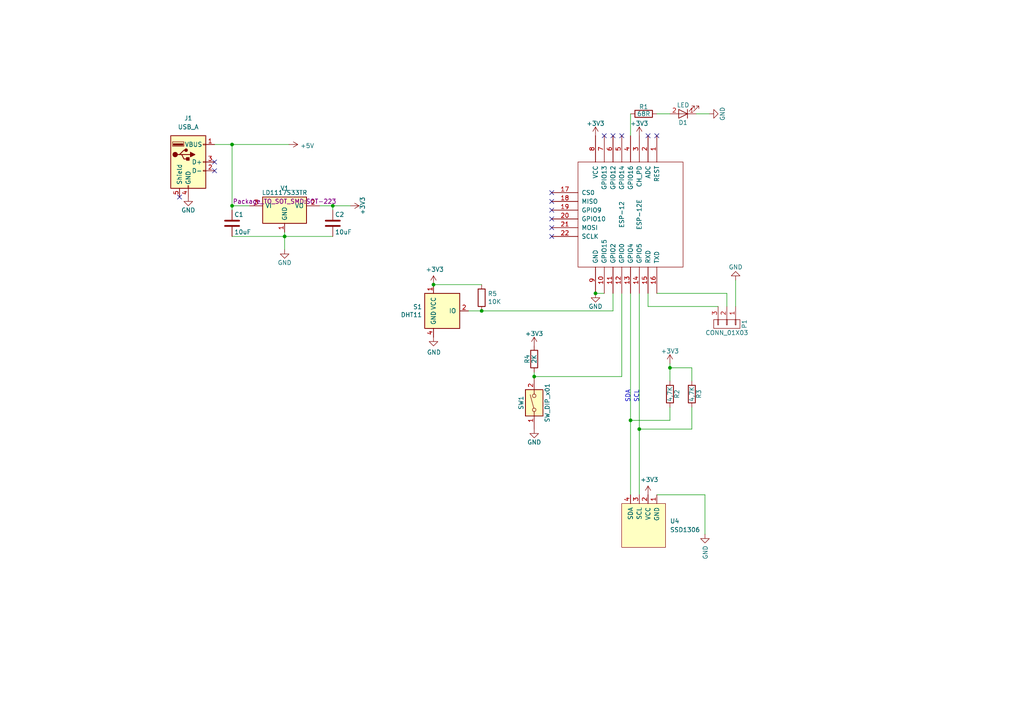
<source format=kicad_sch>
(kicad_sch (version 20211123) (generator eeschema)

  (uuid 181abe7a-f941-42b6-bd46-aaa3131f90fb)

  (paper "A4")

  (lib_symbols
    (symbol "Connector:USB_A" (pin_names (offset 1.016)) (in_bom yes) (on_board yes)
      (property "Reference" "J" (id 0) (at -5.08 11.43 0)
        (effects (font (size 1.27 1.27)) (justify left))
      )
      (property "Value" "USB_A" (id 1) (at -5.08 8.89 0)
        (effects (font (size 1.27 1.27)) (justify left))
      )
      (property "Footprint" "" (id 2) (at 3.81 -1.27 0)
        (effects (font (size 1.27 1.27)) hide)
      )
      (property "Datasheet" " ~" (id 3) (at 3.81 -1.27 0)
        (effects (font (size 1.27 1.27)) hide)
      )
      (property "ki_keywords" "connector USB" (id 4) (at 0 0 0)
        (effects (font (size 1.27 1.27)) hide)
      )
      (property "ki_description" "USB Type A connector" (id 5) (at 0 0 0)
        (effects (font (size 1.27 1.27)) hide)
      )
      (property "ki_fp_filters" "USB*" (id 6) (at 0 0 0)
        (effects (font (size 1.27 1.27)) hide)
      )
      (symbol "USB_A_0_1"
        (rectangle (start -5.08 -7.62) (end 5.08 7.62)
          (stroke (width 0.254) (type default) (color 0 0 0 0))
          (fill (type background))
        )
        (circle (center -3.81 2.159) (radius 0.635)
          (stroke (width 0.254) (type default) (color 0 0 0 0))
          (fill (type outline))
        )
        (rectangle (start -1.524 4.826) (end -4.318 5.334)
          (stroke (width 0) (type default) (color 0 0 0 0))
          (fill (type outline))
        )
        (rectangle (start -1.27 4.572) (end -4.572 5.842)
          (stroke (width 0) (type default) (color 0 0 0 0))
          (fill (type none))
        )
        (circle (center -0.635 3.429) (radius 0.381)
          (stroke (width 0.254) (type default) (color 0 0 0 0))
          (fill (type outline))
        )
        (rectangle (start -0.127 -7.62) (end 0.127 -6.858)
          (stroke (width 0) (type default) (color 0 0 0 0))
          (fill (type none))
        )
        (polyline
          (pts
            (xy -3.175 2.159)
            (xy -2.54 2.159)
            (xy -1.27 3.429)
            (xy -0.635 3.429)
          )
          (stroke (width 0.254) (type default) (color 0 0 0 0))
          (fill (type none))
        )
        (polyline
          (pts
            (xy -2.54 2.159)
            (xy -1.905 2.159)
            (xy -1.27 0.889)
            (xy 0 0.889)
          )
          (stroke (width 0.254) (type default) (color 0 0 0 0))
          (fill (type none))
        )
        (polyline
          (pts
            (xy 0.635 2.794)
            (xy 0.635 1.524)
            (xy 1.905 2.159)
            (xy 0.635 2.794)
          )
          (stroke (width 0.254) (type default) (color 0 0 0 0))
          (fill (type outline))
        )
        (rectangle (start 0.254 1.27) (end -0.508 0.508)
          (stroke (width 0.254) (type default) (color 0 0 0 0))
          (fill (type outline))
        )
        (rectangle (start 5.08 -2.667) (end 4.318 -2.413)
          (stroke (width 0) (type default) (color 0 0 0 0))
          (fill (type none))
        )
        (rectangle (start 5.08 -0.127) (end 4.318 0.127)
          (stroke (width 0) (type default) (color 0 0 0 0))
          (fill (type none))
        )
        (rectangle (start 5.08 4.953) (end 4.318 5.207)
          (stroke (width 0) (type default) (color 0 0 0 0))
          (fill (type none))
        )
      )
      (symbol "USB_A_1_1"
        (polyline
          (pts
            (xy -1.905 2.159)
            (xy 0.635 2.159)
          )
          (stroke (width 0.254) (type default) (color 0 0 0 0))
          (fill (type none))
        )
        (pin power_in line (at 7.62 5.08 180) (length 2.54)
          (name "VBUS" (effects (font (size 1.27 1.27))))
          (number "1" (effects (font (size 1.27 1.27))))
        )
        (pin bidirectional line (at 7.62 -2.54 180) (length 2.54)
          (name "D-" (effects (font (size 1.27 1.27))))
          (number "2" (effects (font (size 1.27 1.27))))
        )
        (pin bidirectional line (at 7.62 0 180) (length 2.54)
          (name "D+" (effects (font (size 1.27 1.27))))
          (number "3" (effects (font (size 1.27 1.27))))
        )
        (pin power_in line (at 0 -10.16 90) (length 2.54)
          (name "GND" (effects (font (size 1.27 1.27))))
          (number "4" (effects (font (size 1.27 1.27))))
        )
        (pin passive line (at -2.54 -10.16 90) (length 2.54)
          (name "Shield" (effects (font (size 1.27 1.27))))
          (number "5" (effects (font (size 1.27 1.27))))
        )
      )
    )
    (symbol "OLED display:SSD1306" (pin_names (offset 1.016)) (in_bom yes) (on_board yes)
      (property "Reference" "Brd" (id 0) (at 0 -3.81 0)
        (effects (font (size 1.27 1.27)))
      )
      (property "Value" "SSD1306" (id 1) (at 0 -1.27 0)
        (effects (font (size 1.27 1.27)))
      )
      (property "Footprint" "" (id 2) (at 0 6.35 0)
        (effects (font (size 1.27 1.27)) hide)
      )
      (property "Datasheet" "" (id 3) (at 0 6.35 0)
        (effects (font (size 1.27 1.27)) hide)
      )
      (property "ki_keywords" "SSD1306" (id 4) (at 0 0 0)
        (effects (font (size 1.27 1.27)) hide)
      )
      (property "ki_description" "SSD1306 OLED" (id 5) (at 0 0 0)
        (effects (font (size 1.27 1.27)) hide)
      )
      (property "ki_fp_filters" "SSD1306-128x64_OLED:SSD1306" (id 6) (at 0 0 0)
        (effects (font (size 1.27 1.27)) hide)
      )
      (symbol "SSD1306_0_1"
        (rectangle (start -6.35 6.35) (end 6.35 -6.35)
          (stroke (width 0) (type default) (color 0 0 0 0))
          (fill (type background))
        )
      )
      (symbol "SSD1306_1_1"
        (pin input line (at -3.81 8.89 270) (length 2.54)
          (name "GND" (effects (font (size 1.27 1.27))))
          (number "1" (effects (font (size 1.27 1.27))))
        )
        (pin input line (at -1.27 8.89 270) (length 2.54)
          (name "VCC" (effects (font (size 1.27 1.27))))
          (number "2" (effects (font (size 1.27 1.27))))
        )
        (pin input line (at 1.27 8.89 270) (length 2.54)
          (name "SCL" (effects (font (size 1.27 1.27))))
          (number "3" (effects (font (size 1.27 1.27))))
        )
        (pin input line (at 3.81 8.89 270) (length 2.54)
          (name "SDA" (effects (font (size 1.27 1.27))))
          (number "4" (effects (font (size 1.27 1.27))))
        )
      )
    )
    (symbol "anavi-thermometer-rescue:+3.3V" (power) (pin_names (offset 0)) (in_bom yes) (on_board yes)
      (property "Reference" "#PWR" (id 0) (at 0 -3.81 0)
        (effects (font (size 1.27 1.27)) hide)
      )
      (property "Value" "+3.3V" (id 1) (at 0 3.556 0)
        (effects (font (size 1.27 1.27)))
      )
      (property "Footprint" "" (id 2) (at 0 0 0)
        (effects (font (size 1.27 1.27)) hide)
      )
      (property "Datasheet" "" (id 3) (at 0 0 0)
        (effects (font (size 1.27 1.27)) hide)
      )
      (symbol "+3.3V_0_1"
        (polyline
          (pts
            (xy -0.762 1.27)
            (xy 0 2.54)
          )
          (stroke (width 0) (type default) (color 0 0 0 0))
          (fill (type none))
        )
        (polyline
          (pts
            (xy 0 0)
            (xy 0 2.54)
          )
          (stroke (width 0) (type default) (color 0 0 0 0))
          (fill (type none))
        )
        (polyline
          (pts
            (xy 0 2.54)
            (xy 0.762 1.27)
          )
          (stroke (width 0) (type default) (color 0 0 0 0))
          (fill (type none))
        )
      )
      (symbol "+3.3V_1_1"
        (pin power_in line (at 0 0 90) (length 0) hide
          (name "+3V3" (effects (font (size 1.27 1.27))))
          (number "1" (effects (font (size 1.27 1.27))))
        )
      )
    )
    (symbol "anavi-thermometer-rescue:C" (pin_numbers hide) (pin_names (offset 0.254)) (in_bom yes) (on_board yes)
      (property "Reference" "C" (id 0) (at 0.635 2.54 0)
        (effects (font (size 1.27 1.27)) (justify left))
      )
      (property "Value" "C" (id 1) (at 0.635 -2.54 0)
        (effects (font (size 1.27 1.27)) (justify left))
      )
      (property "Footprint" "" (id 2) (at 0.9652 -3.81 0)
        (effects (font (size 1.27 1.27)) hide)
      )
      (property "Datasheet" "" (id 3) (at 0 0 0)
        (effects (font (size 1.27 1.27)) hide)
      )
      (property "ki_fp_filters" "C_*" (id 4) (at 0 0 0)
        (effects (font (size 1.27 1.27)) hide)
      )
      (symbol "C_0_1"
        (polyline
          (pts
            (xy -2.032 -0.762)
            (xy 2.032 -0.762)
          )
          (stroke (width 0.508) (type default) (color 0 0 0 0))
          (fill (type none))
        )
        (polyline
          (pts
            (xy -2.032 0.762)
            (xy 2.032 0.762)
          )
          (stroke (width 0.508) (type default) (color 0 0 0 0))
          (fill (type none))
        )
      )
      (symbol "C_1_1"
        (pin passive line (at 0 3.81 270) (length 2.794)
          (name "~" (effects (font (size 1.27 1.27))))
          (number "1" (effects (font (size 1.27 1.27))))
        )
        (pin passive line (at 0 -3.81 90) (length 2.794)
          (name "~" (effects (font (size 1.27 1.27))))
          (number "2" (effects (font (size 1.27 1.27))))
        )
      )
    )
    (symbol "anavi-thermometer-rescue:CONN_01X03" (pin_names (offset 1.016) hide) (in_bom yes) (on_board yes)
      (property "Reference" "J" (id 0) (at 0 5.08 0)
        (effects (font (size 1.27 1.27)))
      )
      (property "Value" "CONN_01X03" (id 1) (at 2.54 0 90)
        (effects (font (size 1.27 1.27)))
      )
      (property "Footprint" "" (id 2) (at 0 0 0)
        (effects (font (size 1.27 1.27)) hide)
      )
      (property "Datasheet" "" (id 3) (at 0 0 0)
        (effects (font (size 1.27 1.27)) hide)
      )
      (property "ki_fp_filters" "Pin_Header_Straight_1X* Pin_Header_Angled_1X* Socket_Strip_Straight_1X* Socket_Strip_Angled_1X*" (id 4) (at 0 0 0)
        (effects (font (size 1.27 1.27)) hide)
      )
      (symbol "CONN_01X03_0_1"
        (rectangle (start -1.27 -2.413) (end 0.254 -2.667)
          (stroke (width 0) (type default) (color 0 0 0 0))
          (fill (type none))
        )
        (rectangle (start -1.27 0.127) (end 0.254 -0.127)
          (stroke (width 0) (type default) (color 0 0 0 0))
          (fill (type none))
        )
        (rectangle (start -1.27 2.667) (end 0.254 2.413)
          (stroke (width 0) (type default) (color 0 0 0 0))
          (fill (type none))
        )
        (rectangle (start -1.27 3.81) (end 1.27 -3.81)
          (stroke (width 0) (type default) (color 0 0 0 0))
          (fill (type none))
        )
      )
      (symbol "CONN_01X03_1_1"
        (pin passive line (at -5.08 2.54 0) (length 3.81)
          (name "P1" (effects (font (size 1.27 1.27))))
          (number "1" (effects (font (size 1.27 1.27))))
        )
        (pin passive line (at -5.08 0 0) (length 3.81)
          (name "P2" (effects (font (size 1.27 1.27))))
          (number "2" (effects (font (size 1.27 1.27))))
        )
        (pin passive line (at -5.08 -2.54 0) (length 3.81)
          (name "P3" (effects (font (size 1.27 1.27))))
          (number "3" (effects (font (size 1.27 1.27))))
        )
      )
    )
    (symbol "anavi-thermometer-rescue:DHT11-Sensor" (pin_names (offset 1.016)) (in_bom yes) (on_board yes)
      (property "Reference" "U" (id 0) (at 3.81 6.35 0)
        (effects (font (size 1.27 1.27)))
      )
      (property "Value" "DHT11-Sensor" (id 1) (at 2.54 -6.35 0)
        (effects (font (size 1.27 1.27)))
      )
      (property "Footprint" "" (id 2) (at 3.81 6.35 0)
        (effects (font (size 1.27 1.27)) hide)
      )
      (property "Datasheet" "" (id 3) (at 3.81 6.35 0)
        (effects (font (size 1.27 1.27)) hide)
      )
      (symbol "DHT11-Sensor_0_1"
        (rectangle (start -5.08 5.08) (end 5.08 -5.08)
          (stroke (width 0.254) (type default) (color 0 0 0 0))
          (fill (type background))
        )
      )
      (symbol "DHT11-Sensor_1_1"
        (pin power_in line (at -2.54 7.62 270) (length 2.54)
          (name "VCC" (effects (font (size 1.27 1.27))))
          (number "1" (effects (font (size 1.27 1.27))))
        )
        (pin bidirectional line (at 7.62 0 180) (length 2.54)
          (name "IO" (effects (font (size 1.27 1.27))))
          (number "2" (effects (font (size 1.27 1.27))))
        )
        (pin power_in line (at -2.54 -7.62 90) (length 2.54)
          (name "GND" (effects (font (size 1.27 1.27))))
          (number "4" (effects (font (size 1.27 1.27))))
        )
      )
    )
    (symbol "anavi-thermometer-rescue:ESP-12E" (pin_names (offset 1.016)) (in_bom yes) (on_board yes)
      (property "Reference" "U" (id 0) (at 0 -2.54 0)
        (effects (font (size 1.27 1.27)))
      )
      (property "Value" "ESP-12E" (id 1) (at 0 2.54 0)
        (effects (font (size 1.27 1.27)))
      )
      (property "Footprint" "" (id 2) (at 0 0 0)
        (effects (font (size 1.27 1.27)) hide)
      )
      (property "Datasheet" "" (id 3) (at 0 0 0)
        (effects (font (size 1.27 1.27)) hide)
      )
      (property "ki_fp_filters" "ESP-12E ESP-12E_SMD" (id 4) (at 0 0 0)
        (effects (font (size 1.27 1.27)) hide)
      )
      (symbol "ESP-12E_1_0"
        (rectangle (start -15.24 -15.24) (end 15.24 15.24)
          (stroke (width 0) (type default) (color 0 0 0 0))
          (fill (type none))
        )
      )
      (symbol "ESP-12E_1_1"
        (pin input line (at -22.86 7.62 0) (length 7.62)
          (name "REST" (effects (font (size 1.27 1.27))))
          (number "1" (effects (font (size 1.27 1.27))))
        )
        (pin bidirectional line (at 22.86 -7.62 180) (length 7.62)
          (name "GPIO15" (effects (font (size 1.27 1.27))))
          (number "10" (effects (font (size 1.27 1.27))))
        )
        (pin bidirectional line (at 22.86 -5.08 180) (length 7.62)
          (name "GPIO2" (effects (font (size 1.27 1.27))))
          (number "11" (effects (font (size 1.27 1.27))))
        )
        (pin bidirectional line (at 22.86 -2.54 180) (length 7.62)
          (name "GPIO0" (effects (font (size 1.27 1.27))))
          (number "12" (effects (font (size 1.27 1.27))))
        )
        (pin bidirectional line (at 22.86 0 180) (length 7.62)
          (name "GPIO4" (effects (font (size 1.27 1.27))))
          (number "13" (effects (font (size 1.27 1.27))))
        )
        (pin bidirectional line (at 22.86 2.54 180) (length 7.62)
          (name "GPIO5" (effects (font (size 1.27 1.27))))
          (number "14" (effects (font (size 1.27 1.27))))
        )
        (pin input line (at 22.86 5.08 180) (length 7.62)
          (name "RXD" (effects (font (size 1.27 1.27))))
          (number "15" (effects (font (size 1.27 1.27))))
        )
        (pin output line (at 22.86 7.62 180) (length 7.62)
          (name "TXD" (effects (font (size 1.27 1.27))))
          (number "16" (effects (font (size 1.27 1.27))))
        )
        (pin bidirectional line (at -6.35 -22.86 90) (length 7.62)
          (name "CS0" (effects (font (size 1.27 1.27))))
          (number "17" (effects (font (size 1.27 1.27))))
        )
        (pin bidirectional line (at -3.81 -22.86 90) (length 7.62)
          (name "MISO" (effects (font (size 1.27 1.27))))
          (number "18" (effects (font (size 1.27 1.27))))
        )
        (pin bidirectional line (at -1.27 -22.86 90) (length 7.62)
          (name "GPIO9" (effects (font (size 1.27 1.27))))
          (number "19" (effects (font (size 1.27 1.27))))
        )
        (pin passive line (at -22.86 5.08 0) (length 7.62)
          (name "ADC" (effects (font (size 1.27 1.27))))
          (number "2" (effects (font (size 1.27 1.27))))
        )
        (pin bidirectional line (at 1.27 -22.86 90) (length 7.62)
          (name "GPIO10" (effects (font (size 1.27 1.27))))
          (number "20" (effects (font (size 1.27 1.27))))
        )
        (pin bidirectional line (at 3.81 -22.86 90) (length 7.62)
          (name "MOSI" (effects (font (size 1.27 1.27))))
          (number "21" (effects (font (size 1.27 1.27))))
        )
        (pin bidirectional line (at 6.35 -22.86 90) (length 7.62)
          (name "SCLK" (effects (font (size 1.27 1.27))))
          (number "22" (effects (font (size 1.27 1.27))))
        )
        (pin input line (at -22.86 2.54 0) (length 7.62)
          (name "CH_PD" (effects (font (size 1.27 1.27))))
          (number "3" (effects (font (size 1.27 1.27))))
        )
        (pin bidirectional line (at -22.86 0 0) (length 7.62)
          (name "GPIO16" (effects (font (size 1.27 1.27))))
          (number "4" (effects (font (size 1.27 1.27))))
        )
        (pin bidirectional line (at -22.86 -2.54 0) (length 7.62)
          (name "GPIO14" (effects (font (size 1.27 1.27))))
          (number "5" (effects (font (size 1.27 1.27))))
        )
        (pin bidirectional line (at -22.86 -5.08 0) (length 7.62)
          (name "GPIO12" (effects (font (size 1.27 1.27))))
          (number "6" (effects (font (size 1.27 1.27))))
        )
        (pin bidirectional line (at -22.86 -7.62 0) (length 7.62)
          (name "GPIO13" (effects (font (size 1.27 1.27))))
          (number "7" (effects (font (size 1.27 1.27))))
        )
        (pin power_in line (at -22.86 -10.16 0) (length 7.62)
          (name "VCC" (effects (font (size 1.27 1.27))))
          (number "8" (effects (font (size 1.27 1.27))))
        )
        (pin power_in line (at 22.86 -10.16 180) (length 7.62)
          (name "GND" (effects (font (size 1.27 1.27))))
          (number "9" (effects (font (size 1.27 1.27))))
        )
      )
    )
    (symbol "anavi-thermometer-rescue:GND" (power) (pin_names (offset 0)) (in_bom yes) (on_board yes)
      (property "Reference" "#PWR" (id 0) (at 0 -6.35 0)
        (effects (font (size 1.27 1.27)) hide)
      )
      (property "Value" "GND" (id 1) (at 0 -3.81 0)
        (effects (font (size 1.27 1.27)))
      )
      (property "Footprint" "" (id 2) (at 0 0 0)
        (effects (font (size 1.27 1.27)) hide)
      )
      (property "Datasheet" "" (id 3) (at 0 0 0)
        (effects (font (size 1.27 1.27)) hide)
      )
      (symbol "GND_0_1"
        (polyline
          (pts
            (xy 0 0)
            (xy 0 -1.27)
            (xy 1.27 -1.27)
            (xy 0 -2.54)
            (xy -1.27 -1.27)
            (xy 0 -1.27)
          )
          (stroke (width 0) (type default) (color 0 0 0 0))
          (fill (type none))
        )
      )
      (symbol "GND_1_1"
        (pin power_in line (at 0 0 270) (length 0) hide
          (name "GND" (effects (font (size 1.27 1.27))))
          (number "1" (effects (font (size 1.27 1.27))))
        )
      )
    )
    (symbol "anavi-thermometer-rescue:LD1117S33TR" (pin_names (offset 0.762)) (in_bom yes) (on_board yes)
      (property "Reference" "U" (id 0) (at 0 6.35 0)
        (effects (font (size 1.27 1.27)))
      )
      (property "Value" "LD1117S33TR" (id 1) (at 0 5.08 0)
        (effects (font (size 1.27 1.27)))
      )
      (property "Footprint" "TO_SOT_Packages_SMD:SOT-223" (id 2) (at 0 2.54 0)
        (effects (font (size 1.27 1.27)) hide)
      )
      (property "Datasheet" "" (id 3) (at 0 0 0)
        (effects (font (size 1.27 1.27)) hide)
      )
      (property "ki_fp_filters" "SOT223" (id 4) (at 0 0 0)
        (effects (font (size 1.27 1.27)) hide)
      )
      (symbol "LD1117S33TR_0_1"
        (rectangle (start -6.35 -3.81) (end 6.35 3.81)
          (stroke (width 0.254) (type default) (color 0 0 0 0))
          (fill (type background))
        )
      )
      (symbol "LD1117S33TR_1_1"
        (pin power_in line (at 0 -6.35 90) (length 2.54)
          (name "GND" (effects (font (size 1.27 1.27))))
          (number "1" (effects (font (size 1.27 1.27))))
        )
        (pin power_out line (at 10.16 1.27 180) (length 3.81)
          (name "VO" (effects (font (size 1.27 1.27))))
          (number "2" (effects (font (size 1.27 1.27))))
        )
        (pin power_in line (at -10.16 1.27 0) (length 3.81)
          (name "VI" (effects (font (size 1.27 1.27))))
          (number "3" (effects (font (size 1.27 1.27))))
        )
      )
    )
    (symbol "anavi-thermometer-rescue:LED" (pin_names (offset 1.016) hide) (in_bom yes) (on_board yes)
      (property "Reference" "D" (id 0) (at 0 2.54 0)
        (effects (font (size 1.27 1.27)))
      )
      (property "Value" "LED" (id 1) (at 0 -2.54 0)
        (effects (font (size 1.27 1.27)))
      )
      (property "Footprint" "" (id 2) (at 0 0 0)
        (effects (font (size 1.27 1.27)) hide)
      )
      (property "Datasheet" "" (id 3) (at 0 0 0)
        (effects (font (size 1.27 1.27)) hide)
      )
      (property "ki_fp_filters" "LED*" (id 4) (at 0 0 0)
        (effects (font (size 1.27 1.27)) hide)
      )
      (symbol "LED_0_1"
        (polyline
          (pts
            (xy -1.27 -1.27)
            (xy -1.27 1.27)
          )
          (stroke (width 0.2032) (type default) (color 0 0 0 0))
          (fill (type none))
        )
        (polyline
          (pts
            (xy -1.27 0)
            (xy 1.27 0)
          )
          (stroke (width 0) (type default) (color 0 0 0 0))
          (fill (type none))
        )
        (polyline
          (pts
            (xy 1.27 -1.27)
            (xy 1.27 1.27)
            (xy -1.27 0)
            (xy 1.27 -1.27)
          )
          (stroke (width 0.2032) (type default) (color 0 0 0 0))
          (fill (type none))
        )
        (polyline
          (pts
            (xy -3.048 -0.762)
            (xy -4.572 -2.286)
            (xy -3.81 -2.286)
            (xy -4.572 -2.286)
            (xy -4.572 -1.524)
          )
          (stroke (width 0) (type default) (color 0 0 0 0))
          (fill (type none))
        )
        (polyline
          (pts
            (xy -1.778 -0.762)
            (xy -3.302 -2.286)
            (xy -2.54 -2.286)
            (xy -3.302 -2.286)
            (xy -3.302 -1.524)
          )
          (stroke (width 0) (type default) (color 0 0 0 0))
          (fill (type none))
        )
      )
      (symbol "LED_1_1"
        (pin passive line (at -3.81 0 0) (length 2.54)
          (name "K" (effects (font (size 1.27 1.27))))
          (number "1" (effects (font (size 1.27 1.27))))
        )
        (pin passive line (at 3.81 0 180) (length 2.54)
          (name "A" (effects (font (size 1.27 1.27))))
          (number "2" (effects (font (size 1.27 1.27))))
        )
      )
    )
    (symbol "anavi-thermometer-rescue:R" (pin_numbers hide) (pin_names (offset 0)) (in_bom yes) (on_board yes)
      (property "Reference" "R" (id 0) (at 2.032 0 90)
        (effects (font (size 1.27 1.27)))
      )
      (property "Value" "R" (id 1) (at 0 0 90)
        (effects (font (size 1.27 1.27)))
      )
      (property "Footprint" "" (id 2) (at -1.778 0 90)
        (effects (font (size 1.27 1.27)) hide)
      )
      (property "Datasheet" "" (id 3) (at 0 0 0)
        (effects (font (size 1.27 1.27)) hide)
      )
      (property "ki_fp_filters" "R_* R_*" (id 4) (at 0 0 0)
        (effects (font (size 1.27 1.27)) hide)
      )
      (symbol "R_0_1"
        (rectangle (start -1.016 -2.54) (end 1.016 2.54)
          (stroke (width 0.254) (type default) (color 0 0 0 0))
          (fill (type none))
        )
      )
      (symbol "R_1_1"
        (pin passive line (at 0 3.81 270) (length 1.27)
          (name "~" (effects (font (size 1.27 1.27))))
          (number "1" (effects (font (size 1.27 1.27))))
        )
        (pin passive line (at 0 -3.81 90) (length 1.27)
          (name "~" (effects (font (size 1.27 1.27))))
          (number "2" (effects (font (size 1.27 1.27))))
        )
      )
    )
    (symbol "anavi-thermometer-rescue:SW_DIP_x01" (pin_names (offset 0) hide) (in_bom yes) (on_board yes)
      (property "Reference" "SW" (id 0) (at 0 3.81 0)
        (effects (font (size 1.27 1.27)))
      )
      (property "Value" "SW_DIP_x01" (id 1) (at 0 -3.81 0)
        (effects (font (size 1.27 1.27)))
      )
      (property "Footprint" "" (id 2) (at 0 0 0)
        (effects (font (size 1.27 1.27)) hide)
      )
      (property "Datasheet" "" (id 3) (at 0 0 0)
        (effects (font (size 1.27 1.27)) hide)
      )
      (property "ki_fp_filters" "SW?DIP?x1*" (id 4) (at 0 0 0)
        (effects (font (size 1.27 1.27)) hide)
      )
      (symbol "SW_DIP_x01_0_0"
        (circle (center -2.032 0) (radius 0.508)
          (stroke (width 0) (type default) (color 0 0 0 0))
          (fill (type none))
        )
        (polyline
          (pts
            (xy -1.524 0.127)
            (xy 2.3622 1.1684)
          )
          (stroke (width 0) (type default) (color 0 0 0 0))
          (fill (type none))
        )
        (circle (center 2.032 0) (radius 0.508)
          (stroke (width 0) (type default) (color 0 0 0 0))
          (fill (type none))
        )
      )
      (symbol "SW_DIP_x01_0_1"
        (rectangle (start -3.81 2.54) (end 3.81 -2.54)
          (stroke (width 0.254) (type default) (color 0 0 0 0))
          (fill (type background))
        )
      )
      (symbol "SW_DIP_x01_1_1"
        (pin input line (at -7.62 0 0) (length 5.08)
          (name "~" (effects (font (size 1.27 1.27))))
          (number "1" (effects (font (size 1.27 1.27))))
        )
        (pin input line (at 7.62 0 180) (length 5.08)
          (name "~" (effects (font (size 1.27 1.27))))
          (number "2" (effects (font (size 1.27 1.27))))
        )
      )
    )
    (symbol "power:+5V" (power) (pin_names (offset 0)) (in_bom yes) (on_board yes)
      (property "Reference" "#PWR" (id 0) (at 0 -3.81 0)
        (effects (font (size 1.27 1.27)) hide)
      )
      (property "Value" "+5V" (id 1) (at 0 3.556 0)
        (effects (font (size 1.27 1.27)))
      )
      (property "Footprint" "" (id 2) (at 0 0 0)
        (effects (font (size 1.27 1.27)) hide)
      )
      (property "Datasheet" "" (id 3) (at 0 0 0)
        (effects (font (size 1.27 1.27)) hide)
      )
      (property "ki_keywords" "power-flag" (id 4) (at 0 0 0)
        (effects (font (size 1.27 1.27)) hide)
      )
      (property "ki_description" "Power symbol creates a global label with name \"+5V\"" (id 5) (at 0 0 0)
        (effects (font (size 1.27 1.27)) hide)
      )
      (symbol "+5V_0_1"
        (polyline
          (pts
            (xy -0.762 1.27)
            (xy 0 2.54)
          )
          (stroke (width 0) (type default) (color 0 0 0 0))
          (fill (type none))
        )
        (polyline
          (pts
            (xy 0 0)
            (xy 0 2.54)
          )
          (stroke (width 0) (type default) (color 0 0 0 0))
          (fill (type none))
        )
        (polyline
          (pts
            (xy 0 2.54)
            (xy 0.762 1.27)
          )
          (stroke (width 0) (type default) (color 0 0 0 0))
          (fill (type none))
        )
      )
      (symbol "+5V_1_1"
        (pin power_in line (at 0 0 90) (length 0) hide
          (name "+5V" (effects (font (size 1.27 1.27))))
          (number "1" (effects (font (size 1.27 1.27))))
        )
      )
    )
  )

  (junction (at 172.72 85.09) (diameter 0) (color 0 0 0 0)
    (uuid 1e2ea8e0-e55b-4eb5-b5df-25dd678a2bf7)
  )
  (junction (at 154.94 109.22) (diameter 0) (color 0 0 0 0)
    (uuid 49128020-c753-4e35-81a7-71a5e0738154)
  )
  (junction (at 96.52 59.69) (diameter 0) (color 0 0 0 0)
    (uuid 5ca4be1c-537e-4a4a-b344-d0c8ffde8546)
  )
  (junction (at 82.55 68.58) (diameter 0) (color 0 0 0 0)
    (uuid 853ee787-6e2c-4f32-bc75-6c17337dd3d5)
  )
  (junction (at 67.31 41.91) (diameter 0) (color 0 0 0 0)
    (uuid 872cfa55-9c91-4490-b7b5-a167653d4662)
  )
  (junction (at 139.7 90.17) (diameter 0) (color 0 0 0 0)
    (uuid 9cbf35b8-f4d3-42a3-bb16-04ffd03fd8fd)
  )
  (junction (at 67.31 59.69) (diameter 0) (color 0 0 0 0)
    (uuid b447dbb1-d38e-4a15-93cb-12c25382ea53)
  )
  (junction (at 194.31 106.68) (diameter 0) (color 0 0 0 0)
    (uuid bd065eaf-e495-4837-bdb3-129934de1fc7)
  )
  (junction (at 182.88 121.92) (diameter 0) (color 0 0 0 0)
    (uuid eedcb341-a089-4792-bc99-b5dd61a01bf2)
  )
  (junction (at 125.73 82.55) (diameter 0) (color 0 0 0 0)
    (uuid eee16674-2d21-45b6-ab5e-d669125df26c)
  )
  (junction (at 185.42 124.46) (diameter 0) (color 0 0 0 0)
    (uuid f94c143f-4cc8-4bd0-89ac-267d487e8024)
  )

  (no_connect (at 187.96 39.37) (uuid 1e8701fc-ad24-40ea-846a-e3db538d6077))
  (no_connect (at 160.02 60.96) (uuid 40976bf0-19de-460f-ad64-224d4f51e16b))
  (no_connect (at 160.02 58.42) (uuid 8c514922-ffe1-4e37-a260-e807409f2e0d))
  (no_connect (at 160.02 68.58) (uuid a15a7506-eae4-4933-84da-9ad754258706))
  (no_connect (at 177.8 39.37) (uuid ac972580-0ab7-4cbf-a154-92c24eb3927a))
  (no_connect (at 62.23 46.99) (uuid b812a04f-f15d-493c-bc9e-d753041a9d51))
  (no_connect (at 62.23 49.53) (uuid b812a04f-f15d-493c-bc9e-d753041a9d51))
  (no_connect (at 52.07 57.15) (uuid b812a04f-f15d-493c-bc9e-d753041a9d51))
  (no_connect (at 180.34 39.37) (uuid c106154f-d948-43e5-abfa-e1b96055d91b))
  (no_connect (at 160.02 55.88) (uuid c25a772d-af9c-4ebc-96f6-0966738c13a8))
  (no_connect (at 160.02 66.04) (uuid c8c79177-94d4-43e2-a654-f0a5554fbb68))
  (no_connect (at 190.5 39.37) (uuid d5641ac9-9be7-46bf-90b3-6c83d852b5ba))
  (no_connect (at 160.02 63.5) (uuid e21aa84b-970e-47cf-b64f-3b55ee0e1b51))
  (no_connect (at 175.26 39.37) (uuid f449bd37-cc90-4487-aee6-2a20b8d2843a))

  (wire (pts (xy 194.31 118.11) (xy 194.31 121.92))
    (stroke (width 0) (type default) (color 0 0 0 0))
    (uuid 0136c0ec-70d9-474a-be30-92d8dfdfce28)
  )
  (wire (pts (xy 182.88 121.92) (xy 182.88 143.51))
    (stroke (width 0) (type default) (color 0 0 0 0))
    (uuid 01d970e5-7142-4b5b-81df-f8d1f5223176)
  )
  (wire (pts (xy 182.88 39.37) (xy 182.88 33.02))
    (stroke (width 0) (type default) (color 0 0 0 0))
    (uuid 097edb1b-8998-4e70-b670-bba125982348)
  )
  (wire (pts (xy 187.96 88.9) (xy 208.28 88.9))
    (stroke (width 0) (type default) (color 0 0 0 0))
    (uuid 14769dc5-8525-4984-8b15-a734ee247efa)
  )
  (wire (pts (xy 190.5 85.09) (xy 210.82 85.09))
    (stroke (width 0) (type default) (color 0 0 0 0))
    (uuid 19c56563-5fe3-442a-885b-418dbc2421eb)
  )
  (wire (pts (xy 67.31 41.91) (xy 83.82 41.91))
    (stroke (width 0) (type default) (color 0 0 0 0))
    (uuid 20c315f4-1e4f-49aa-8d61-778a7389df7e)
  )
  (wire (pts (xy 172.72 85.09) (xy 175.26 85.09))
    (stroke (width 0) (type default) (color 0 0 0 0))
    (uuid 212d2e58-01b2-47fd-956e-a8b9d1a47ecc)
  )
  (wire (pts (xy 210.82 85.09) (xy 210.82 88.9))
    (stroke (width 0) (type default) (color 0 0 0 0))
    (uuid 21ae9c3a-7138-444e-be38-56a4842ab594)
  )
  (wire (pts (xy 177.8 85.09) (xy 177.8 90.17))
    (stroke (width 0) (type default) (color 0 0 0 0))
    (uuid 240c10af-51b5-420e-a6f4-a2c8f5db1db5)
  )
  (wire (pts (xy 180.34 109.22) (xy 154.94 109.22))
    (stroke (width 0) (type default) (color 0 0 0 0))
    (uuid 27fdca2c-62ef-4bfc-a0b4-81ed6d93b374)
  )
  (wire (pts (xy 72.39 59.69) (xy 67.31 59.69))
    (stroke (width 0) (type default) (color 0 0 0 0))
    (uuid 477311b9-8f81-40c8-9c55-fd87e287247a)
  )
  (wire (pts (xy 177.8 90.17) (xy 139.7 90.17))
    (stroke (width 0) (type default) (color 0 0 0 0))
    (uuid 503dbd88-3e6b-48cc-a2ea-a6e28b52a1f7)
  )
  (wire (pts (xy 96.52 60.96) (xy 96.52 59.69))
    (stroke (width 0) (type default) (color 0 0 0 0))
    (uuid 57c0c267-8bf9-4cc7-b734-d71a239ac313)
  )
  (wire (pts (xy 200.66 106.68) (xy 200.66 110.49))
    (stroke (width 0) (type default) (color 0 0 0 0))
    (uuid 5bcace5d-edd0-4e19-92d0-835e43cf8eb2)
  )
  (wire (pts (xy 190.5 143.51) (xy 204.47 143.51))
    (stroke (width 0) (type default) (color 0 0 0 0))
    (uuid 5f93631f-ab9c-4735-8115-f33565f510f3)
  )
  (wire (pts (xy 185.42 85.09) (xy 185.42 124.46))
    (stroke (width 0) (type default) (color 0 0 0 0))
    (uuid 6595b9c7-02ee-4647-bde5-6b566e35163e)
  )
  (wire (pts (xy 194.31 105.41) (xy 194.31 106.68))
    (stroke (width 0) (type default) (color 0 0 0 0))
    (uuid 6c2d26bc-6eca-436c-8025-79f817bf57d6)
  )
  (wire (pts (xy 67.31 41.91) (xy 67.31 59.69))
    (stroke (width 0) (type default) (color 0 0 0 0))
    (uuid 6c67e4f6-9d04-4539-b356-b76e915ce848)
  )
  (wire (pts (xy 190.5 33.02) (xy 194.31 33.02))
    (stroke (width 0) (type default) (color 0 0 0 0))
    (uuid 6ec113ca-7d27-4b14-a180-1e5e2fd1c167)
  )
  (wire (pts (xy 67.31 59.69) (xy 67.31 60.96))
    (stroke (width 0) (type default) (color 0 0 0 0))
    (uuid 7a4ce4b3-518a-4819-b8b2-5127b3347c64)
  )
  (wire (pts (xy 82.55 67.31) (xy 82.55 68.58))
    (stroke (width 0) (type default) (color 0 0 0 0))
    (uuid 7cee474b-af8f-4832-b07a-c43c1ab0b464)
  )
  (wire (pts (xy 92.71 59.69) (xy 96.52 59.69))
    (stroke (width 0) (type default) (color 0 0 0 0))
    (uuid 84e5506c-143e-495f-9aa4-d3a71622f213)
  )
  (wire (pts (xy 139.7 90.17) (xy 135.89 90.17))
    (stroke (width 0) (type default) (color 0 0 0 0))
    (uuid 8bc2c25a-a1f1-4ce8-b96a-a4f8f4c35079)
  )
  (wire (pts (xy 204.47 143.51) (xy 204.47 154.94))
    (stroke (width 0) (type default) (color 0 0 0 0))
    (uuid 8cc3cdd2-8a8c-4fe6-a958-2a0d5590c119)
  )
  (wire (pts (xy 180.34 85.09) (xy 180.34 109.22))
    (stroke (width 0) (type default) (color 0 0 0 0))
    (uuid 8dd7b0ac-0592-4eb2-9475-c94d3f2cd0f6)
  )
  (wire (pts (xy 200.66 118.11) (xy 200.66 124.46))
    (stroke (width 0) (type default) (color 0 0 0 0))
    (uuid 9520a232-347d-4b7f-a398-c6406501c8c3)
  )
  (wire (pts (xy 201.93 33.02) (xy 205.74 33.02))
    (stroke (width 0) (type default) (color 0 0 0 0))
    (uuid 994b6220-4755-4d84-91b3-6122ac1c2c5e)
  )
  (wire (pts (xy 67.31 68.58) (xy 82.55 68.58))
    (stroke (width 0) (type default) (color 0 0 0 0))
    (uuid 9cb12cc8-7f1a-4a01-9256-c119f11a8a02)
  )
  (wire (pts (xy 82.55 68.58) (xy 82.55 72.39))
    (stroke (width 0) (type default) (color 0 0 0 0))
    (uuid a6b7df29-bcf8-46a9-b623-7eaac47f5110)
  )
  (wire (pts (xy 96.52 59.69) (xy 101.6 59.69))
    (stroke (width 0) (type default) (color 0 0 0 0))
    (uuid a9b3f6e4-7a6d-4ae8-ad28-3d8458e0ca1a)
  )
  (wire (pts (xy 185.42 124.46) (xy 185.42 143.51))
    (stroke (width 0) (type default) (color 0 0 0 0))
    (uuid ae41aa52-6e45-44a6-90ef-20dc90c11f24)
  )
  (wire (pts (xy 139.7 82.55) (xy 125.73 82.55))
    (stroke (width 0) (type default) (color 0 0 0 0))
    (uuid b1ddb058-f7b2-429c-9489-f4e2242ad7e5)
  )
  (wire (pts (xy 185.42 124.46) (xy 200.66 124.46))
    (stroke (width 0) (type default) (color 0 0 0 0))
    (uuid b7199d9b-bebb-4100-9ad3-c2bd31e21d65)
  )
  (wire (pts (xy 182.88 85.09) (xy 182.88 121.92))
    (stroke (width 0) (type default) (color 0 0 0 0))
    (uuid bd9595a1-04f3-4fda-8f1b-e65ad874edd3)
  )
  (wire (pts (xy 182.88 121.92) (xy 194.31 121.92))
    (stroke (width 0) (type default) (color 0 0 0 0))
    (uuid be645d0f-8568-47a0-a152-e3ddd33563eb)
  )
  (wire (pts (xy 213.36 88.9) (xy 213.36 81.28))
    (stroke (width 0) (type default) (color 0 0 0 0))
    (uuid c7e7067c-5f5e-48d8-ab59-df26f9b35863)
  )
  (wire (pts (xy 194.31 106.68) (xy 200.66 106.68))
    (stroke (width 0) (type default) (color 0 0 0 0))
    (uuid cb24efdd-07c6-4317-9277-131625b065ac)
  )
  (wire (pts (xy 82.55 68.58) (xy 96.52 68.58))
    (stroke (width 0) (type default) (color 0 0 0 0))
    (uuid d9c6d5d2-0b49-49ba-a970-cd2c32f74c54)
  )
  (wire (pts (xy 154.94 107.95) (xy 154.94 109.22))
    (stroke (width 0) (type default) (color 0 0 0 0))
    (uuid d9d95fe8-64e7-4148-9542-b2ce097330b1)
  )
  (wire (pts (xy 62.23 41.91) (xy 67.31 41.91))
    (stroke (width 0) (type default) (color 0 0 0 0))
    (uuid dd222280-cd57-4dbb-94bf-47ed724bac26)
  )
  (wire (pts (xy 194.31 106.68) (xy 194.31 110.49))
    (stroke (width 0) (type default) (color 0 0 0 0))
    (uuid e1535036-5d36-405f-bb86-3819621c4f23)
  )
  (wire (pts (xy 187.96 85.09) (xy 187.96 88.9))
    (stroke (width 0) (type default) (color 0 0 0 0))
    (uuid e43dbe34-ed17-4e35-a5c7-2f1679b3c415)
  )

  (text "SCL\n" (at 185.42 116.84 90)
    (effects (font (size 1.27 1.27)) (justify left bottom))
    (uuid 1e513151-185c-4b7b-a666-35b4e5c3e157)
  )
  (text "SDA\n" (at 182.88 116.84 90)
    (effects (font (size 1.27 1.27)) (justify left bottom))
    (uuid fda2cdab-cfa7-4652-bf25-62564be057a0)
  )

  (symbol (lib_id "anavi-thermometer-rescue:ESP-12E") (at 182.88 62.23 270) (unit 1)
    (in_bom yes) (on_board yes)
    (uuid 00000000-0000-0000-0000-0000598ac515)
    (property "Reference" "ESP-12" (id 0) (at 180.34 62.23 0))
    (property "Value" "ESP-12E" (id 1) (at 185.42 62.23 0))
    (property "Footprint" "ESP8266:ESP-12E_SMD" (id 2) (at 182.88 62.23 0)
      (effects (font (size 1.27 1.27)) hide)
    )
    (property "Datasheet" "" (id 3) (at 182.88 62.23 0)
      (effects (font (size 1.27 1.27)) hide)
    )
    (pin "1" (uuid 0bb80455-a1ea-4287-a5e3-1366c4bf5abb))
    (pin "10" (uuid 444fadf8-90df-4474-a32e-ead56bdeedca))
    (pin "11" (uuid 0781324b-6d97-4f8a-9d7f-bf1f3d539067))
    (pin "12" (uuid 82ea5262-8cb0-4aa3-ac2d-a35dc022e2a3))
    (pin "13" (uuid f1bac821-cf31-41a8-bf8e-2b03c1abfffa))
    (pin "14" (uuid adc1aa17-b02d-4c7b-871a-8d8cc56e4ada))
    (pin "15" (uuid bbb42d0a-e558-4417-bdfc-d5b3b8a76a90))
    (pin "16" (uuid a3b14606-0994-4cea-8fcf-ae3e013b10a3))
    (pin "17" (uuid 55769b5b-093a-40cc-92cb-1a40440ebd26))
    (pin "18" (uuid e925a42c-cf60-4902-940a-ecd6ab9743a2))
    (pin "19" (uuid 4d78435f-42d3-46d3-a77d-7b2533bdd4b3))
    (pin "2" (uuid 9c0f6fd9-612d-44ca-bbac-e287b83b2542))
    (pin "20" (uuid 0e74db31-5a63-4c6b-8462-9f1916ba0c46))
    (pin "21" (uuid 716e8bf5-fb1a-4f84-be63-2eb75a2e1cf2))
    (pin "22" (uuid bc8bf929-a5cc-4f99-8d2a-948f66411e56))
    (pin "3" (uuid 17b625a4-a888-44e0-b5b5-5c9335e7d116))
    (pin "4" (uuid cdd5f992-704a-4275-b34b-d59a09f96eeb))
    (pin "5" (uuid 5cdb3719-e8d8-46d8-be76-15a49b96a5e9))
    (pin "6" (uuid cb9b7848-9d34-4033-abc0-fb3ddbc2d6ee))
    (pin "7" (uuid 3e9a2644-bc3f-4e19-9fa6-57985adfdcba))
    (pin "8" (uuid 631af5b7-e61b-4366-8eed-06c2ec7f414f))
    (pin "9" (uuid 5b5db768-b407-4784-a482-03da519391d4))
  )

  (symbol (lib_id "anavi-thermometer-rescue:CONN_01X03") (at 210.82 93.98 270) (unit 1)
    (in_bom yes) (on_board yes)
    (uuid 00000000-0000-0000-0000-0000598ac863)
    (property "Reference" "P1" (id 0) (at 215.9 93.98 0))
    (property "Value" "CONN_01X03" (id 1) (at 210.82 96.52 90))
    (property "Footprint" "Pin_Headers:Pin_Header_Straight_1x03" (id 2) (at 210.82 93.98 0)
      (effects (font (size 1.27 1.27)) hide)
    )
    (property "Datasheet" "" (id 3) (at 210.82 93.98 0))
    (pin "1" (uuid c7cefabf-20bb-41a0-b2e1-88ce019f67c5))
    (pin "2" (uuid 96710eaf-74e6-46e5-9e37-650474b8978d))
    (pin "3" (uuid 7bca4f9e-b0b4-4c1d-9e2f-67e281cb4cce))
  )

  (symbol (lib_id "anavi-thermometer-rescue:LED") (at 198.12 33.02 180) (unit 1)
    (in_bom yes) (on_board yes)
    (uuid 00000000-0000-0000-0000-0000598ac94c)
    (property "Reference" "D1" (id 0) (at 198.12 35.56 0))
    (property "Value" "LED" (id 1) (at 198.12 30.48 0))
    (property "Footprint" "LED_SMD:LED_1206_3216Metric" (id 2) (at 198.12 33.02 0)
      (effects (font (size 1.27 1.27)) hide)
    )
    (property "Datasheet" "" (id 3) (at 198.12 33.02 0))
    (pin "1" (uuid 953c44e4-bdea-427a-843e-71c192fd9b83))
    (pin "2" (uuid d85a0275-919b-42e2-9088-0c24a402b671))
  )

  (symbol (lib_id "anavi-thermometer-rescue:R") (at 194.31 114.3 0) (unit 1)
    (in_bom yes) (on_board yes)
    (uuid 00000000-0000-0000-0000-0000598adbc1)
    (property "Reference" "R2" (id 0) (at 196.342 114.3 90))
    (property "Value" "4,7K" (id 1) (at 194.31 114.3 90))
    (property "Footprint" "Resistor_SMD:R_0603_1608Metric" (id 2) (at 192.532 114.3 90)
      (effects (font (size 1.27 1.27)) hide)
    )
    (property "Datasheet" "" (id 3) (at 194.31 114.3 0))
    (pin "1" (uuid ce6bff41-358d-4602-85a1-56a4f5d110bc))
    (pin "2" (uuid be2a08e0-4c4c-4f3d-89e7-66ba2148d9d7))
  )

  (symbol (lib_id "anavi-thermometer-rescue:R") (at 200.66 114.3 0) (unit 1)
    (in_bom yes) (on_board yes)
    (uuid 00000000-0000-0000-0000-0000598adbf6)
    (property "Reference" "R3" (id 0) (at 202.692 114.3 90))
    (property "Value" "4,7K" (id 1) (at 200.66 114.3 90))
    (property "Footprint" "Resistor_SMD:R_0603_1608Metric" (id 2) (at 198.882 114.3 90)
      (effects (font (size 1.27 1.27)) hide)
    )
    (property "Datasheet" "" (id 3) (at 200.66 114.3 0))
    (pin "1" (uuid d150ceb9-17a4-4723-af81-fa40df62506e))
    (pin "2" (uuid ed293712-8d5a-435a-961e-9b57346df3e2))
  )

  (symbol (lib_id "anavi-thermometer-rescue:R") (at 186.69 33.02 90) (unit 1)
    (in_bom yes) (on_board yes)
    (uuid 00000000-0000-0000-0000-0000598adc31)
    (property "Reference" "R1" (id 0) (at 186.69 30.988 90))
    (property "Value" "68R" (id 1) (at 186.69 33.02 90))
    (property "Footprint" "Resistor_SMD:R_0603_1608Metric" (id 2) (at 186.69 34.798 90)
      (effects (font (size 1.27 1.27)) hide)
    )
    (property "Datasheet" "" (id 3) (at 186.69 33.02 0))
    (pin "1" (uuid 6df6b11d-ad92-420c-803d-b7655c958175))
    (pin "2" (uuid fe2655a8-13d8-4039-aba4-1bba81ac6fee))
  )

  (symbol (lib_id "anavi-thermometer-rescue:+3.3V") (at 172.72 39.37 0) (unit 1)
    (in_bom yes) (on_board yes)
    (uuid 00000000-0000-0000-0000-0000598ae4da)
    (property "Reference" "#PWR03" (id 0) (at 172.72 43.18 0)
      (effects (font (size 1.27 1.27)) hide)
    )
    (property "Value" "+3.3V" (id 1) (at 172.72 35.814 0))
    (property "Footprint" "" (id 2) (at 172.72 39.37 0))
    (property "Datasheet" "" (id 3) (at 172.72 39.37 0))
    (pin "1" (uuid caaf7ce4-620a-49dd-be69-9f6f42de6c7d))
  )

  (symbol (lib_id "anavi-thermometer-rescue:+3.3V") (at 194.31 105.41 0) (unit 1)
    (in_bom yes) (on_board yes)
    (uuid 00000000-0000-0000-0000-0000598af271)
    (property "Reference" "#PWR04" (id 0) (at 194.31 109.22 0)
      (effects (font (size 1.27 1.27)) hide)
    )
    (property "Value" "+3.3V" (id 1) (at 194.31 101.854 0))
    (property "Footprint" "" (id 2) (at 194.31 105.41 0))
    (property "Datasheet" "" (id 3) (at 194.31 105.41 0))
    (pin "1" (uuid 8c09a0f7-3ec8-49f5-ad5b-5cda9e7460a8))
  )

  (symbol (lib_id "anavi-thermometer-rescue:GND") (at 205.74 33.02 90) (unit 1)
    (in_bom yes) (on_board yes)
    (uuid 00000000-0000-0000-0000-0000598afcfa)
    (property "Reference" "#PWR05" (id 0) (at 212.09 33.02 0)
      (effects (font (size 1.27 1.27)) hide)
    )
    (property "Value" "GND" (id 1) (at 209.55 33.02 0))
    (property "Footprint" "" (id 2) (at 205.74 33.02 0))
    (property "Datasheet" "" (id 3) (at 205.74 33.02 0))
    (pin "1" (uuid e00954a8-2653-40f5-804e-f3c28ab1b559))
  )

  (symbol (lib_id "anavi-thermometer-rescue:GND") (at 213.36 81.28 180) (unit 1)
    (in_bom yes) (on_board yes)
    (uuid 00000000-0000-0000-0000-0000598b07eb)
    (property "Reference" "#PWR06" (id 0) (at 213.36 74.93 0)
      (effects (font (size 1.27 1.27)) hide)
    )
    (property "Value" "GND" (id 1) (at 213.36 77.47 0))
    (property "Footprint" "" (id 2) (at 213.36 81.28 0))
    (property "Datasheet" "" (id 3) (at 213.36 81.28 0))
    (pin "1" (uuid 4e8fbe1c-0efa-4d82-afdb-411f88ec8eac))
  )

  (symbol (lib_id "anavi-thermometer-rescue:GND") (at 172.72 85.09 0) (unit 1)
    (in_bom yes) (on_board yes)
    (uuid 00000000-0000-0000-0000-0000598b1811)
    (property "Reference" "#PWR011" (id 0) (at 172.72 91.44 0)
      (effects (font (size 1.27 1.27)) hide)
    )
    (property "Value" "GND" (id 1) (at 172.72 88.9 0))
    (property "Footprint" "" (id 2) (at 172.72 85.09 0))
    (property "Datasheet" "" (id 3) (at 172.72 85.09 0))
    (pin "1" (uuid 567280a0-0fd2-442e-8d65-0abc04d4b153))
  )

  (symbol (lib_id "anavi-thermometer-rescue:C") (at 67.31 64.77 0) (unit 1)
    (in_bom yes) (on_board yes)
    (uuid 00000000-0000-0000-0000-0000598b21ac)
    (property "Reference" "C1" (id 0) (at 67.945 62.23 0)
      (effects (font (size 1.27 1.27)) (justify left))
    )
    (property "Value" "10uF" (id 1) (at 67.945 67.31 0)
      (effects (font (size 1.27 1.27)) (justify left))
    )
    (property "Footprint" "Capacitor_SMD:C_0805_2012Metric" (id 2) (at 68.2752 68.58 0)
      (effects (font (size 1.27 1.27)) hide)
    )
    (property "Datasheet" "" (id 3) (at 67.31 64.77 0))
    (pin "1" (uuid ac5e020e-ce9e-470e-9c13-077e1d3a37a1))
    (pin "2" (uuid 6d4e8352-b3b3-4e7f-9252-867f20e93f0a))
  )

  (symbol (lib_id "anavi-thermometer-rescue:C") (at 96.52 64.77 0) (unit 1)
    (in_bom yes) (on_board yes)
    (uuid 00000000-0000-0000-0000-0000598b222d)
    (property "Reference" "C2" (id 0) (at 97.155 62.23 0)
      (effects (font (size 1.27 1.27)) (justify left))
    )
    (property "Value" "10uF" (id 1) (at 97.155 67.31 0)
      (effects (font (size 1.27 1.27)) (justify left))
    )
    (property "Footprint" "Capacitor_SMD:C_0805_2012Metric" (id 2) (at 97.4852 68.58 0)
      (effects (font (size 1.27 1.27)) hide)
    )
    (property "Datasheet" "" (id 3) (at 96.52 64.77 0))
    (pin "1" (uuid 5e8a4a02-5ed1-4eab-8321-d0ba5905ba64))
    (pin "2" (uuid 55311643-d7b8-4a29-b19e-bce86aa84e1d))
  )

  (symbol (lib_id "anavi-thermometer-rescue:+3.3V") (at 101.6 59.69 270) (unit 1)
    (in_bom yes) (on_board yes)
    (uuid 00000000-0000-0000-0000-0000598b2382)
    (property "Reference" "#PWR012" (id 0) (at 97.79 59.69 0)
      (effects (font (size 1.27 1.27)) hide)
    )
    (property "Value" "+3.3V" (id 1) (at 105.156 59.69 0))
    (property "Footprint" "" (id 2) (at 101.6 59.69 0))
    (property "Datasheet" "" (id 3) (at 101.6 59.69 0))
    (pin "1" (uuid 527f3c91-95f0-4b0d-b126-85c3de1e0a0e))
  )

  (symbol (lib_id "anavi-thermometer-rescue:GND") (at 82.55 72.39 0) (unit 1)
    (in_bom yes) (on_board yes)
    (uuid 00000000-0000-0000-0000-0000598b261c)
    (property "Reference" "#PWR013" (id 0) (at 82.55 78.74 0)
      (effects (font (size 1.27 1.27)) hide)
    )
    (property "Value" "GND" (id 1) (at 82.55 76.2 0))
    (property "Footprint" "" (id 2) (at 82.55 72.39 0))
    (property "Datasheet" "" (id 3) (at 82.55 72.39 0))
    (pin "1" (uuid 0013ae5a-6b13-491b-83e1-6fe165e71981))
  )

  (symbol (lib_id "anavi-thermometer-rescue:GND") (at 54.61 57.15 0) (unit 1)
    (in_bom yes) (on_board yes)
    (uuid 00000000-0000-0000-0000-0000598b26ca)
    (property "Reference" "#PWR014" (id 0) (at 54.61 63.5 0)
      (effects (font (size 1.27 1.27)) hide)
    )
    (property "Value" "GND" (id 1) (at 54.61 60.96 0))
    (property "Footprint" "" (id 2) (at 54.61 57.15 0))
    (property "Datasheet" "" (id 3) (at 54.61 57.15 0))
    (pin "1" (uuid a4adf70d-579e-48be-98b3-0c3dd0c56bb8))
  )

  (symbol (lib_id "anavi-thermometer-rescue:GND") (at 154.94 124.46 0) (unit 1)
    (in_bom yes) (on_board yes)
    (uuid 00000000-0000-0000-0000-0000598b4a74)
    (property "Reference" "#PWR015" (id 0) (at 154.94 130.81 0)
      (effects (font (size 1.27 1.27)) hide)
    )
    (property "Value" "GND" (id 1) (at 154.94 128.27 0))
    (property "Footprint" "" (id 2) (at 154.94 124.46 0))
    (property "Datasheet" "" (id 3) (at 154.94 124.46 0))
    (pin "1" (uuid bbeb0ddd-483b-4e56-a94d-bf13e4dfbbce))
  )

  (symbol (lib_id "anavi-thermometer-rescue:SW_DIP_x01") (at 154.94 116.84 90) (unit 1)
    (in_bom yes) (on_board yes)
    (uuid 00000000-0000-0000-0000-0000598b559f)
    (property "Reference" "SW1" (id 0) (at 151.13 116.84 0))
    (property "Value" "SW_DIP_x01" (id 1) (at 158.75 116.84 0))
    (property "Footprint" "Buttons_Switches_ThroughHole:SW_PUSH_6mm_h4.3mm" (id 2) (at 154.94 116.84 0)
      (effects (font (size 1.27 1.27)) hide)
    )
    (property "Datasheet" "" (id 3) (at 154.94 116.84 0))
    (pin "1" (uuid b77e1d5f-840e-4bdf-b3d8-15e289b4eb95))
    (pin "2" (uuid 9dc5d0a9-3e3f-4a4b-822a-3b8b4f503bce))
  )

  (symbol (lib_id "anavi-thermometer-rescue:LD1117S33TR") (at 82.55 60.96 0) (unit 1)
    (in_bom yes) (on_board yes)
    (uuid 00000000-0000-0000-0000-000059b80669)
    (property "Reference" "V1" (id 0) (at 82.55 54.61 0))
    (property "Value" "LD1117S33TR" (id 1) (at 82.55 55.88 0))
    (property "Footprint" "Package_TO_SOT_SMD:SOT-223" (id 2) (at 82.55 58.42 0))
    (property "Datasheet" "" (id 3) (at 82.55 60.96 0))
    (pin "1" (uuid 848b9538-2d58-4033-a17d-c5449fb2184a))
    (pin "2" (uuid 8ebbd1d9-0c96-49ea-aefd-e5785f478386))
    (pin "3" (uuid abff7dc0-05c1-476c-910f-e2dccec38564))
  )

  (symbol (lib_id "anavi-thermometer-rescue:+3.3V") (at 185.42 39.37 0) (unit 1)
    (in_bom yes) (on_board yes)
    (uuid 00000000-0000-0000-0000-000059b80e88)
    (property "Reference" "#PWR017" (id 0) (at 185.42 43.18 0)
      (effects (font (size 1.27 1.27)) hide)
    )
    (property "Value" "+3.3V" (id 1) (at 185.42 35.814 0))
    (property "Footprint" "" (id 2) (at 185.42 39.37 0))
    (property "Datasheet" "" (id 3) (at 185.42 39.37 0))
    (pin "1" (uuid 368610a4-ce61-4176-ae06-b4809496ef34))
  )

  (symbol (lib_id "anavi-thermometer-rescue:R") (at 154.94 104.14 180) (unit 1)
    (in_bom yes) (on_board yes)
    (uuid 00000000-0000-0000-0000-000059b813ff)
    (property "Reference" "R4" (id 0) (at 152.908 104.14 90))
    (property "Value" "2K" (id 1) (at 154.94 104.14 90))
    (property "Footprint" "Resistor_SMD:R_0603_1608Metric" (id 2) (at 156.718 104.14 90)
      (effects (font (size 1.27 1.27)) hide)
    )
    (property "Datasheet" "" (id 3) (at 154.94 104.14 0))
    (pin "1" (uuid 37b10a54-1933-4673-b918-2b0302ac4470))
    (pin "2" (uuid 1dc50773-83cc-465b-9401-fabf0c40c0d9))
  )

  (symbol (lib_id "anavi-thermometer-rescue:+3.3V") (at 154.94 100.33 0) (unit 1)
    (in_bom yes) (on_board yes)
    (uuid 00000000-0000-0000-0000-000059b81737)
    (property "Reference" "#PWR019" (id 0) (at 154.94 104.14 0)
      (effects (font (size 1.27 1.27)) hide)
    )
    (property "Value" "+3.3V" (id 1) (at 154.94 96.774 0))
    (property "Footprint" "" (id 2) (at 154.94 100.33 0))
    (property "Datasheet" "" (id 3) (at 154.94 100.33 0))
    (pin "1" (uuid 68d56830-5948-491b-9668-8360717c16bd))
  )

  (symbol (lib_id "power:+5V") (at 83.82 41.91 270) (unit 1)
    (in_bom yes) (on_board yes)
    (uuid 00000000-0000-0000-0000-00005ba4948d)
    (property "Reference" "#PWR0101" (id 0) (at 80.01 41.91 0)
      (effects (font (size 1.27 1.27)) hide)
    )
    (property "Value" "+5V" (id 1) (at 87.0712 42.291 90)
      (effects (font (size 1.27 1.27)) (justify left))
    )
    (property "Footprint" "" (id 2) (at 83.82 41.91 0)
      (effects (font (size 1.27 1.27)) hide)
    )
    (property "Datasheet" "" (id 3) (at 83.82 41.91 0)
      (effects (font (size 1.27 1.27)) hide)
    )
    (pin "1" (uuid f98aefbe-1069-4ca1-858e-dbbdbc56769e))
  )

  (symbol (lib_id "anavi-thermometer-rescue:GND") (at 204.47 154.94 0) (unit 1)
    (in_bom yes) (on_board yes)
    (uuid 00000000-0000-0000-0000-00005ba5061d)
    (property "Reference" "#PWR0102" (id 0) (at 204.47 161.29 0)
      (effects (font (size 1.27 1.27)) hide)
    )
    (property "Value" "GND" (id 1) (at 204.597 158.1912 90)
      (effects (font (size 1.27 1.27)) (justify right))
    )
    (property "Footprint" "" (id 2) (at 204.47 154.94 0)
      (effects (font (size 1.27 1.27)) hide)
    )
    (property "Datasheet" "" (id 3) (at 204.47 154.94 0)
      (effects (font (size 1.27 1.27)) hide)
    )
    (pin "1" (uuid 6632c065-5b3d-4738-9808-dcc1c873fa66))
  )

  (symbol (lib_id "anavi-thermometer-rescue:+3.3V") (at 187.96 143.51 0) (unit 1)
    (in_bom yes) (on_board yes)
    (uuid 00000000-0000-0000-0000-00005ba506a4)
    (property "Reference" "#PWR0103" (id 0) (at 187.96 147.32 0)
      (effects (font (size 1.27 1.27)) hide)
    )
    (property "Value" "+3.3V" (id 1) (at 188.341 139.1158 0))
    (property "Footprint" "" (id 2) (at 187.96 143.51 0)
      (effects (font (size 1.27 1.27)) hide)
    )
    (property "Datasheet" "" (id 3) (at 187.96 143.51 0)
      (effects (font (size 1.27 1.27)) hide)
    )
    (pin "1" (uuid 978c7904-18d8-450a-b68c-631fe47f63cd))
  )

  (symbol (lib_id "anavi-thermometer-rescue:DHT11-Sensor") (at 128.27 90.17 0) (unit 1)
    (in_bom yes) (on_board yes)
    (uuid 00000000-0000-0000-0000-00005ba58ea7)
    (property "Reference" "S1" (id 0) (at 122.428 89.0016 0)
      (effects (font (size 1.27 1.27)) (justify right))
    )
    (property "Value" "DHT11" (id 1) (at 122.428 91.313 0)
      (effects (font (size 1.27 1.27)) (justify right))
    )
    (property "Footprint" "Connector_PinHeader_2.54mm:PinHeader_1x04_P2.54mm_Vertical" (id 2) (at 132.08 83.82 0)
      (effects (font (size 1.27 1.27)) hide)
    )
    (property "Datasheet" "http://akizukidenshi.com/download/ds/aosong/DHT11.pdf" (id 3) (at 132.08 83.82 0)
      (effects (font (size 1.27 1.27)) hide)
    )
    (pin "1" (uuid 57252f9a-43d2-40ac-ac6f-0a32208dd743))
    (pin "2" (uuid cc35a772-bde8-4d78-a9ae-b0d5dc36a3f2))
    (pin "4" (uuid e5a35611-9515-4321-b8bf-bd5285de2550))
  )

  (symbol (lib_id "anavi-thermometer-rescue:+3.3V") (at 125.73 82.55 0) (unit 1)
    (in_bom yes) (on_board yes)
    (uuid 00000000-0000-0000-0000-00005ba5ab5f)
    (property "Reference" "#PWR0104" (id 0) (at 125.73 86.36 0)
      (effects (font (size 1.27 1.27)) hide)
    )
    (property "Value" "+3.3V" (id 1) (at 126.111 78.1558 0))
    (property "Footprint" "" (id 2) (at 125.73 82.55 0)
      (effects (font (size 1.27 1.27)) hide)
    )
    (property "Datasheet" "" (id 3) (at 125.73 82.55 0)
      (effects (font (size 1.27 1.27)) hide)
    )
    (pin "1" (uuid 88e96532-f122-4aca-9226-fff5fca97e61))
  )

  (symbol (lib_id "anavi-thermometer-rescue:GND") (at 125.73 97.79 0) (unit 1)
    (in_bom yes) (on_board yes)
    (uuid 00000000-0000-0000-0000-00005ba5abbe)
    (property "Reference" "#PWR0105" (id 0) (at 125.73 104.14 0)
      (effects (font (size 1.27 1.27)) hide)
    )
    (property "Value" "GND" (id 1) (at 125.857 102.1842 0))
    (property "Footprint" "" (id 2) (at 125.73 97.79 0)
      (effects (font (size 1.27 1.27)) hide)
    )
    (property "Datasheet" "" (id 3) (at 125.73 97.79 0)
      (effects (font (size 1.27 1.27)) hide)
    )
    (pin "1" (uuid 309a4843-d0f2-44f7-9e6c-5e7259031bd1))
  )

  (symbol (lib_id "anavi-thermometer-rescue:R") (at 139.7 86.36 0) (unit 1)
    (in_bom yes) (on_board yes)
    (uuid 00000000-0000-0000-0000-00005ba5ad82)
    (property "Reference" "R5" (id 0) (at 141.478 85.1916 0)
      (effects (font (size 1.27 1.27)) (justify left))
    )
    (property "Value" "10K" (id 1) (at 141.478 87.503 0)
      (effects (font (size 1.27 1.27)) (justify left))
    )
    (property "Footprint" "Resistor_SMD:R_0603_1608Metric" (id 2) (at 137.922 86.36 90)
      (effects (font (size 1.27 1.27)) hide)
    )
    (property "Datasheet" "" (id 3) (at 139.7 86.36 0)
      (effects (font (size 1.27 1.27)) hide)
    )
    (pin "1" (uuid 5523f8a3-01ab-4b4a-b43b-db90dc79b5a7))
    (pin "2" (uuid e5e39f19-8fae-4f90-acf4-6b43745dd541))
  )

  (symbol (lib_id "Connector:USB_A") (at 54.61 46.99 0) (unit 1)
    (in_bom yes) (on_board yes) (fields_autoplaced)
    (uuid cd95b8bd-7a9c-409f-8134-ca304e4f616c)
    (property "Reference" "J1" (id 0) (at 54.61 34.29 0))
    (property "Value" "USB_A" (id 1) (at 54.61 36.83 0))
    (property "Footprint" "GCT_USB1061_Horizontal:USB_A_Plug_GCT_USB1061_Horizontal" (id 2) (at 58.42 48.26 0)
      (effects (font (size 1.27 1.27)) hide)
    )
    (property "Datasheet" " ~" (id 3) (at 58.42 48.26 0)
      (effects (font (size 1.27 1.27)) hide)
    )
    (pin "1" (uuid b541e50f-56a8-4e12-9d30-a383b9b70282))
    (pin "2" (uuid 7068778f-9c90-4437-a8df-c31e550cb1f0))
    (pin "3" (uuid 015f388b-539e-453a-9642-191edb4fd5d9))
    (pin "4" (uuid b309e127-1c25-421b-8ae3-41ccbb5372d2))
    (pin "5" (uuid 4f1320b6-b01a-4e54-913d-63b4a0fa3de9))
  )

  (symbol (lib_id "OLED display:SSD1306") (at 186.69 152.4 0) (mirror y) (unit 1)
    (in_bom yes) (on_board yes) (fields_autoplaced)
    (uuid f8ebfae1-40d0-4e05-92d3-89ce033a91bf)
    (property "Reference" "U4" (id 0) (at 194.31 151.1299 0)
      (effects (font (size 1.27 1.27)) (justify right))
    )
    (property "Value" "SSD1306" (id 1) (at 194.31 153.6699 0)
      (effects (font (size 1.27 1.27)) (justify right))
    )
    (property "Footprint" "SSD1306:128x64OLED" (id 2) (at 186.69 146.05 0)
      (effects (font (size 1.27 1.27)) hide)
    )
    (property "Datasheet" "" (id 3) (at 186.69 146.05 0)
      (effects (font (size 1.27 1.27)) hide)
    )
    (pin "1" (uuid aefce994-9660-4f3a-aabd-2c94866234c7))
    (pin "2" (uuid 3565194d-069e-4f01-8c5c-2d8b3e1d7675))
    (pin "3" (uuid fa01019f-3383-40a6-93ff-18eb3a34e97b))
    (pin "4" (uuid 1d05e763-82ff-433a-93cf-6f3fb741cc06))
  )

  (sheet_instances
    (path "/" (page "1"))
  )

  (symbol_instances
    (path "/00000000-0000-0000-0000-0000598ae4da"
      (reference "#PWR03") (unit 1) (value "+3.3V") (footprint "")
    )
    (path "/00000000-0000-0000-0000-0000598af271"
      (reference "#PWR04") (unit 1) (value "+3.3V") (footprint "")
    )
    (path "/00000000-0000-0000-0000-0000598afcfa"
      (reference "#PWR05") (unit 1) (value "GND") (footprint "")
    )
    (path "/00000000-0000-0000-0000-0000598b07eb"
      (reference "#PWR06") (unit 1) (value "GND") (footprint "")
    )
    (path "/00000000-0000-0000-0000-0000598b1811"
      (reference "#PWR011") (unit 1) (value "GND") (footprint "")
    )
    (path "/00000000-0000-0000-0000-0000598b2382"
      (reference "#PWR012") (unit 1) (value "+3.3V") (footprint "")
    )
    (path "/00000000-0000-0000-0000-0000598b261c"
      (reference "#PWR013") (unit 1) (value "GND") (footprint "")
    )
    (path "/00000000-0000-0000-0000-0000598b26ca"
      (reference "#PWR014") (unit 1) (value "GND") (footprint "")
    )
    (path "/00000000-0000-0000-0000-0000598b4a74"
      (reference "#PWR015") (unit 1) (value "GND") (footprint "")
    )
    (path "/00000000-0000-0000-0000-000059b80e88"
      (reference "#PWR017") (unit 1) (value "+3.3V") (footprint "")
    )
    (path "/00000000-0000-0000-0000-000059b81737"
      (reference "#PWR019") (unit 1) (value "+3.3V") (footprint "")
    )
    (path "/00000000-0000-0000-0000-00005ba4948d"
      (reference "#PWR0101") (unit 1) (value "+5V") (footprint "")
    )
    (path "/00000000-0000-0000-0000-00005ba5061d"
      (reference "#PWR0102") (unit 1) (value "GND") (footprint "")
    )
    (path "/00000000-0000-0000-0000-00005ba506a4"
      (reference "#PWR0103") (unit 1) (value "+3.3V") (footprint "")
    )
    (path "/00000000-0000-0000-0000-00005ba5ab5f"
      (reference "#PWR0104") (unit 1) (value "+3.3V") (footprint "")
    )
    (path "/00000000-0000-0000-0000-00005ba5abbe"
      (reference "#PWR0105") (unit 1) (value "GND") (footprint "")
    )
    (path "/00000000-0000-0000-0000-0000598b21ac"
      (reference "C1") (unit 1) (value "10uF") (footprint "Capacitor_SMD:C_0805_2012Metric")
    )
    (path "/00000000-0000-0000-0000-0000598b222d"
      (reference "C2") (unit 1) (value "10uF") (footprint "Capacitor_SMD:C_0805_2012Metric")
    )
    (path "/00000000-0000-0000-0000-0000598ac94c"
      (reference "D1") (unit 1) (value "LED") (footprint "LED_SMD:LED_1206_3216Metric")
    )
    (path "/00000000-0000-0000-0000-0000598ac515"
      (reference "ESP-12") (unit 1) (value "ESP-12E") (footprint "ESP8266:ESP-12E_SMD")
    )
    (path "/cd95b8bd-7a9c-409f-8134-ca304e4f616c"
      (reference "J1") (unit 1) (value "USB_A") (footprint "GCT_USB1061_Horizontal:USB_A_Plug_GCT_USB1061_Horizontal")
    )
    (path "/00000000-0000-0000-0000-0000598ac863"
      (reference "P1") (unit 1) (value "CONN_01X03") (footprint "Pin_Headers:Pin_Header_Straight_1x03")
    )
    (path "/00000000-0000-0000-0000-0000598adc31"
      (reference "R1") (unit 1) (value "68R") (footprint "Resistor_SMD:R_0603_1608Metric")
    )
    (path "/00000000-0000-0000-0000-0000598adbc1"
      (reference "R2") (unit 1) (value "4,7K") (footprint "Resistor_SMD:R_0603_1608Metric")
    )
    (path "/00000000-0000-0000-0000-0000598adbf6"
      (reference "R3") (unit 1) (value "4,7K") (footprint "Resistor_SMD:R_0603_1608Metric")
    )
    (path "/00000000-0000-0000-0000-000059b813ff"
      (reference "R4") (unit 1) (value "2K") (footprint "Resistor_SMD:R_0603_1608Metric")
    )
    (path "/00000000-0000-0000-0000-00005ba5ad82"
      (reference "R5") (unit 1) (value "10K") (footprint "Resistor_SMD:R_0603_1608Metric")
    )
    (path "/00000000-0000-0000-0000-00005ba58ea7"
      (reference "S1") (unit 1) (value "DHT11") (footprint "Connector_PinHeader_2.54mm:PinHeader_1x04_P2.54mm_Vertical")
    )
    (path "/00000000-0000-0000-0000-0000598b559f"
      (reference "SW1") (unit 1) (value "SW_DIP_x01") (footprint "Buttons_Switches_ThroughHole:SW_PUSH_6mm_h4.3mm")
    )
    (path "/f8ebfae1-40d0-4e05-92d3-89ce033a91bf"
      (reference "U4") (unit 1) (value "SSD1306") (footprint "SSD1306:128x64OLED")
    )
    (path "/00000000-0000-0000-0000-000059b80669"
      (reference "V1") (unit 1) (value "LD1117S33TR") (footprint "Package_TO_SOT_SMD:SOT-223")
    )
  )
)

</source>
